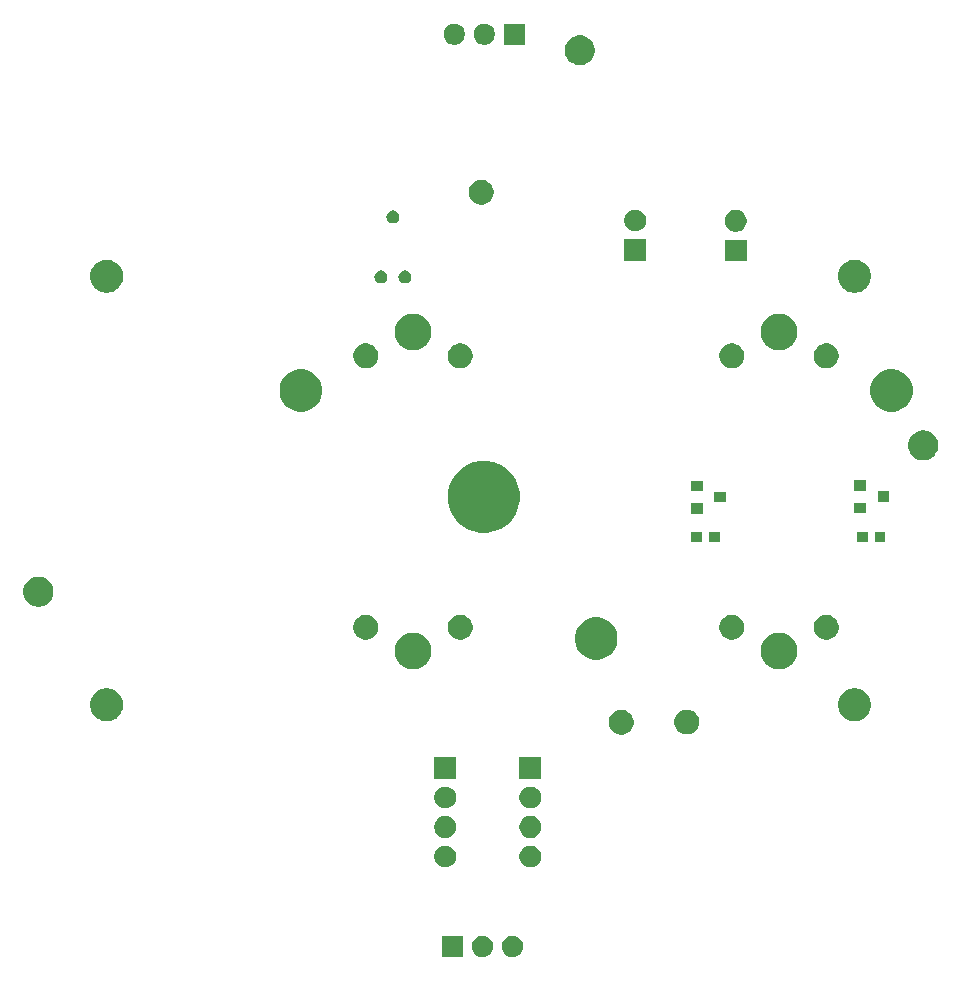
<source format=gbr>
G04 #@! TF.GenerationSoftware,KiCad,Pcbnew,(5.1.5)-3*
G04 #@! TF.CreationDate,2020-06-04T15:01:54+02:00*
G04 #@! TF.ProjectId,StepperClockK02,53746570-7065-4724-936c-6f636b4b3032,v1.0*
G04 #@! TF.SameCoordinates,Original*
G04 #@! TF.FileFunction,Soldermask,Bot*
G04 #@! TF.FilePolarity,Negative*
%FSLAX46Y46*%
G04 Gerber Fmt 4.6, Leading zero omitted, Abs format (unit mm)*
G04 Created by KiCad (PCBNEW (5.1.5)-3) date 2020-06-04 15:01:54*
%MOMM*%
%LPD*%
G04 APERTURE LIST*
%ADD10C,0.100000*%
G04 APERTURE END LIST*
D10*
G36*
X99036800Y-182391740D02*
G01*
X97234800Y-182391740D01*
X97234800Y-180589740D01*
X99036800Y-180589740D01*
X99036800Y-182391740D01*
G37*
G36*
X100789312Y-180594667D02*
G01*
X100938612Y-180624364D01*
X101102584Y-180692284D01*
X101250154Y-180790887D01*
X101375653Y-180916386D01*
X101474256Y-181063956D01*
X101542176Y-181227928D01*
X101576800Y-181401999D01*
X101576800Y-181579481D01*
X101542176Y-181753552D01*
X101474256Y-181917524D01*
X101375653Y-182065094D01*
X101250154Y-182190593D01*
X101102584Y-182289196D01*
X100938612Y-182357116D01*
X100789312Y-182386813D01*
X100764542Y-182391740D01*
X100587058Y-182391740D01*
X100562288Y-182386813D01*
X100412988Y-182357116D01*
X100249016Y-182289196D01*
X100101446Y-182190593D01*
X99975947Y-182065094D01*
X99877344Y-181917524D01*
X99809424Y-181753552D01*
X99774800Y-181579481D01*
X99774800Y-181401999D01*
X99809424Y-181227928D01*
X99877344Y-181063956D01*
X99975947Y-180916386D01*
X100101446Y-180790887D01*
X100249016Y-180692284D01*
X100412988Y-180624364D01*
X100562288Y-180594667D01*
X100587058Y-180589740D01*
X100764542Y-180589740D01*
X100789312Y-180594667D01*
G37*
G36*
X103329312Y-180594667D02*
G01*
X103478612Y-180624364D01*
X103642584Y-180692284D01*
X103790154Y-180790887D01*
X103915653Y-180916386D01*
X104014256Y-181063956D01*
X104082176Y-181227928D01*
X104116800Y-181401999D01*
X104116800Y-181579481D01*
X104082176Y-181753552D01*
X104014256Y-181917524D01*
X103915653Y-182065094D01*
X103790154Y-182190593D01*
X103642584Y-182289196D01*
X103478612Y-182357116D01*
X103329312Y-182386813D01*
X103304542Y-182391740D01*
X103127058Y-182391740D01*
X103102288Y-182386813D01*
X102952988Y-182357116D01*
X102789016Y-182289196D01*
X102641446Y-182190593D01*
X102515947Y-182065094D01*
X102417344Y-181917524D01*
X102349424Y-181753552D01*
X102314800Y-181579481D01*
X102314800Y-181401999D01*
X102349424Y-181227928D01*
X102417344Y-181063956D01*
X102515947Y-180916386D01*
X102641446Y-180790887D01*
X102789016Y-180692284D01*
X102952988Y-180624364D01*
X103102288Y-180594667D01*
X103127058Y-180589740D01*
X103304542Y-180589740D01*
X103329312Y-180594667D01*
G37*
G36*
X97785904Y-172990325D02*
G01*
X97954426Y-173060129D01*
X98106091Y-173161468D01*
X98235072Y-173290449D01*
X98336411Y-173442114D01*
X98406215Y-173610636D01*
X98441800Y-173789537D01*
X98441800Y-173971943D01*
X98406215Y-174150844D01*
X98336411Y-174319366D01*
X98235072Y-174471031D01*
X98106091Y-174600012D01*
X97954426Y-174701351D01*
X97785904Y-174771155D01*
X97607003Y-174806740D01*
X97424597Y-174806740D01*
X97245696Y-174771155D01*
X97077174Y-174701351D01*
X96925509Y-174600012D01*
X96796528Y-174471031D01*
X96695189Y-174319366D01*
X96625385Y-174150844D01*
X96589800Y-173971943D01*
X96589800Y-173789537D01*
X96625385Y-173610636D01*
X96695189Y-173442114D01*
X96796528Y-173290449D01*
X96925509Y-173161468D01*
X97077174Y-173060129D01*
X97245696Y-172990325D01*
X97424597Y-172954740D01*
X97607003Y-172954740D01*
X97785904Y-172990325D01*
G37*
G36*
X105015904Y-172990325D02*
G01*
X105184426Y-173060129D01*
X105336091Y-173161468D01*
X105465072Y-173290449D01*
X105566411Y-173442114D01*
X105636215Y-173610636D01*
X105671800Y-173789537D01*
X105671800Y-173971943D01*
X105636215Y-174150844D01*
X105566411Y-174319366D01*
X105465072Y-174471031D01*
X105336091Y-174600012D01*
X105184426Y-174701351D01*
X105015904Y-174771155D01*
X104837003Y-174806740D01*
X104654597Y-174806740D01*
X104475696Y-174771155D01*
X104307174Y-174701351D01*
X104155509Y-174600012D01*
X104026528Y-174471031D01*
X103925189Y-174319366D01*
X103855385Y-174150844D01*
X103819800Y-173971943D01*
X103819800Y-173789537D01*
X103855385Y-173610636D01*
X103925189Y-173442114D01*
X104026528Y-173290449D01*
X104155509Y-173161468D01*
X104307174Y-173060129D01*
X104475696Y-172990325D01*
X104654597Y-172954740D01*
X104837003Y-172954740D01*
X105015904Y-172990325D01*
G37*
G36*
X97785904Y-170490325D02*
G01*
X97954426Y-170560129D01*
X98106091Y-170661468D01*
X98235072Y-170790449D01*
X98336411Y-170942114D01*
X98406215Y-171110636D01*
X98441800Y-171289537D01*
X98441800Y-171471943D01*
X98406215Y-171650844D01*
X98336411Y-171819366D01*
X98235072Y-171971031D01*
X98106091Y-172100012D01*
X97954426Y-172201351D01*
X97785904Y-172271155D01*
X97607003Y-172306740D01*
X97424597Y-172306740D01*
X97245696Y-172271155D01*
X97077174Y-172201351D01*
X96925509Y-172100012D01*
X96796528Y-171971031D01*
X96695189Y-171819366D01*
X96625385Y-171650844D01*
X96589800Y-171471943D01*
X96589800Y-171289537D01*
X96625385Y-171110636D01*
X96695189Y-170942114D01*
X96796528Y-170790449D01*
X96925509Y-170661468D01*
X97077174Y-170560129D01*
X97245696Y-170490325D01*
X97424597Y-170454740D01*
X97607003Y-170454740D01*
X97785904Y-170490325D01*
G37*
G36*
X105015904Y-170490325D02*
G01*
X105184426Y-170560129D01*
X105336091Y-170661468D01*
X105465072Y-170790449D01*
X105566411Y-170942114D01*
X105636215Y-171110636D01*
X105671800Y-171289537D01*
X105671800Y-171471943D01*
X105636215Y-171650844D01*
X105566411Y-171819366D01*
X105465072Y-171971031D01*
X105336091Y-172100012D01*
X105184426Y-172201351D01*
X105015904Y-172271155D01*
X104837003Y-172306740D01*
X104654597Y-172306740D01*
X104475696Y-172271155D01*
X104307174Y-172201351D01*
X104155509Y-172100012D01*
X104026528Y-171971031D01*
X103925189Y-171819366D01*
X103855385Y-171650844D01*
X103819800Y-171471943D01*
X103819800Y-171289537D01*
X103855385Y-171110636D01*
X103925189Y-170942114D01*
X104026528Y-170790449D01*
X104155509Y-170661468D01*
X104307174Y-170560129D01*
X104475696Y-170490325D01*
X104654597Y-170454740D01*
X104837003Y-170454740D01*
X105015904Y-170490325D01*
G37*
G36*
X97785904Y-167990325D02*
G01*
X97954426Y-168060129D01*
X98106091Y-168161468D01*
X98235072Y-168290449D01*
X98336411Y-168442114D01*
X98406215Y-168610636D01*
X98441800Y-168789537D01*
X98441800Y-168971943D01*
X98406215Y-169150844D01*
X98336411Y-169319366D01*
X98235072Y-169471031D01*
X98106091Y-169600012D01*
X97954426Y-169701351D01*
X97785904Y-169771155D01*
X97607003Y-169806740D01*
X97424597Y-169806740D01*
X97245696Y-169771155D01*
X97077174Y-169701351D01*
X96925509Y-169600012D01*
X96796528Y-169471031D01*
X96695189Y-169319366D01*
X96625385Y-169150844D01*
X96589800Y-168971943D01*
X96589800Y-168789537D01*
X96625385Y-168610636D01*
X96695189Y-168442114D01*
X96796528Y-168290449D01*
X96925509Y-168161468D01*
X97077174Y-168060129D01*
X97245696Y-167990325D01*
X97424597Y-167954740D01*
X97607003Y-167954740D01*
X97785904Y-167990325D01*
G37*
G36*
X105015904Y-167990325D02*
G01*
X105184426Y-168060129D01*
X105336091Y-168161468D01*
X105465072Y-168290449D01*
X105566411Y-168442114D01*
X105636215Y-168610636D01*
X105671800Y-168789537D01*
X105671800Y-168971943D01*
X105636215Y-169150844D01*
X105566411Y-169319366D01*
X105465072Y-169471031D01*
X105336091Y-169600012D01*
X105184426Y-169701351D01*
X105015904Y-169771155D01*
X104837003Y-169806740D01*
X104654597Y-169806740D01*
X104475696Y-169771155D01*
X104307174Y-169701351D01*
X104155509Y-169600012D01*
X104026528Y-169471031D01*
X103925189Y-169319366D01*
X103855385Y-169150844D01*
X103819800Y-168971943D01*
X103819800Y-168789537D01*
X103855385Y-168610636D01*
X103925189Y-168442114D01*
X104026528Y-168290449D01*
X104155509Y-168161468D01*
X104307174Y-168060129D01*
X104475696Y-167990325D01*
X104654597Y-167954740D01*
X104837003Y-167954740D01*
X105015904Y-167990325D01*
G37*
G36*
X105671800Y-167306740D02*
G01*
X103819800Y-167306740D01*
X103819800Y-165454740D01*
X105671800Y-165454740D01*
X105671800Y-167306740D01*
G37*
G36*
X98441800Y-167306740D02*
G01*
X96589800Y-167306740D01*
X96589800Y-165454740D01*
X98441800Y-165454740D01*
X98441800Y-167306740D01*
G37*
G36*
X112742364Y-161510129D02*
G01*
X112933633Y-161589355D01*
X112933635Y-161589356D01*
X113105773Y-161704375D01*
X113252165Y-161850767D01*
X113347139Y-161992905D01*
X113367185Y-162022907D01*
X113446411Y-162214176D01*
X113486800Y-162417224D01*
X113486800Y-162624256D01*
X113446411Y-162827304D01*
X113367185Y-163018573D01*
X113367184Y-163018575D01*
X113252165Y-163190713D01*
X113105773Y-163337105D01*
X112933635Y-163452124D01*
X112933634Y-163452125D01*
X112933633Y-163452125D01*
X112742364Y-163531351D01*
X112539316Y-163571740D01*
X112332284Y-163571740D01*
X112129236Y-163531351D01*
X111937967Y-163452125D01*
X111937966Y-163452125D01*
X111937965Y-163452124D01*
X111765827Y-163337105D01*
X111619435Y-163190713D01*
X111504416Y-163018575D01*
X111504415Y-163018573D01*
X111425189Y-162827304D01*
X111384800Y-162624256D01*
X111384800Y-162417224D01*
X111425189Y-162214176D01*
X111504415Y-162022907D01*
X111524462Y-161992905D01*
X111619435Y-161850767D01*
X111765827Y-161704375D01*
X111937965Y-161589356D01*
X111937967Y-161589355D01*
X112129236Y-161510129D01*
X112332284Y-161469740D01*
X112539316Y-161469740D01*
X112742364Y-161510129D01*
G37*
G36*
X118282364Y-161480129D02*
G01*
X118473633Y-161559355D01*
X118473635Y-161559356D01*
X118518533Y-161589356D01*
X118645773Y-161674375D01*
X118792165Y-161820767D01*
X118907185Y-161992907D01*
X118986411Y-162184176D01*
X119026800Y-162387224D01*
X119026800Y-162594256D01*
X118986411Y-162797304D01*
X118973984Y-162827305D01*
X118907184Y-162988575D01*
X118792165Y-163160713D01*
X118645773Y-163307105D01*
X118473635Y-163422124D01*
X118473634Y-163422125D01*
X118473633Y-163422125D01*
X118282364Y-163501351D01*
X118079316Y-163541740D01*
X117872284Y-163541740D01*
X117669236Y-163501351D01*
X117477967Y-163422125D01*
X117477966Y-163422125D01*
X117477965Y-163422124D01*
X117305827Y-163307105D01*
X117159435Y-163160713D01*
X117044416Y-162988575D01*
X116977616Y-162827305D01*
X116965189Y-162797304D01*
X116924800Y-162594256D01*
X116924800Y-162387224D01*
X116965189Y-162184176D01*
X117044415Y-161992907D01*
X117159435Y-161820767D01*
X117305827Y-161674375D01*
X117433067Y-161589356D01*
X117477965Y-161559356D01*
X117477967Y-161559355D01*
X117669236Y-161480129D01*
X117872284Y-161439740D01*
X118079316Y-161439740D01*
X118282364Y-161480129D01*
G37*
G36*
X132504233Y-159665633D02*
G01*
X132594457Y-159683579D01*
X132700067Y-159727325D01*
X132849421Y-159789189D01*
X132849422Y-159789190D01*
X133078886Y-159942512D01*
X133274028Y-160137654D01*
X133376475Y-160290977D01*
X133427351Y-160367119D01*
X133489215Y-160516473D01*
X133532961Y-160622083D01*
X133586800Y-160892754D01*
X133586800Y-161168726D01*
X133532961Y-161439397D01*
X133503662Y-161510130D01*
X133427351Y-161694361D01*
X133427350Y-161694362D01*
X133274028Y-161923826D01*
X133078886Y-162118968D01*
X132936398Y-162214175D01*
X132849421Y-162272291D01*
X132700067Y-162334155D01*
X132594457Y-162377901D01*
X132547586Y-162387224D01*
X132323788Y-162431740D01*
X132047812Y-162431740D01*
X131824014Y-162387224D01*
X131777143Y-162377901D01*
X131671533Y-162334155D01*
X131522179Y-162272291D01*
X131435202Y-162214175D01*
X131292714Y-162118968D01*
X131097572Y-161923826D01*
X130944250Y-161694362D01*
X130944249Y-161694361D01*
X130867938Y-161510130D01*
X130838639Y-161439397D01*
X130784800Y-161168726D01*
X130784800Y-160892754D01*
X130838639Y-160622083D01*
X130882385Y-160516473D01*
X130944249Y-160367119D01*
X130995125Y-160290977D01*
X131097572Y-160137654D01*
X131292714Y-159942512D01*
X131522178Y-159789190D01*
X131522179Y-159789189D01*
X131671533Y-159727325D01*
X131777143Y-159683579D01*
X131867367Y-159665633D01*
X132047812Y-159629740D01*
X132323788Y-159629740D01*
X132504233Y-159665633D01*
G37*
G36*
X69184233Y-159665633D02*
G01*
X69274457Y-159683579D01*
X69380067Y-159727325D01*
X69529421Y-159789189D01*
X69529422Y-159789190D01*
X69758886Y-159942512D01*
X69954028Y-160137654D01*
X70056475Y-160290977D01*
X70107351Y-160367119D01*
X70169215Y-160516473D01*
X70212961Y-160622083D01*
X70266800Y-160892754D01*
X70266800Y-161168726D01*
X70212961Y-161439397D01*
X70183662Y-161510130D01*
X70107351Y-161694361D01*
X70107350Y-161694362D01*
X69954028Y-161923826D01*
X69758886Y-162118968D01*
X69616398Y-162214175D01*
X69529421Y-162272291D01*
X69380067Y-162334155D01*
X69274457Y-162377901D01*
X69227586Y-162387224D01*
X69003788Y-162431740D01*
X68727812Y-162431740D01*
X68504014Y-162387224D01*
X68457143Y-162377901D01*
X68351533Y-162334155D01*
X68202179Y-162272291D01*
X68115202Y-162214175D01*
X67972714Y-162118968D01*
X67777572Y-161923826D01*
X67624250Y-161694362D01*
X67624249Y-161694361D01*
X67547938Y-161510130D01*
X67518639Y-161439397D01*
X67464800Y-161168726D01*
X67464800Y-160892754D01*
X67518639Y-160622083D01*
X67562385Y-160516473D01*
X67624249Y-160367119D01*
X67675125Y-160290977D01*
X67777572Y-160137654D01*
X67972714Y-159942512D01*
X68202178Y-159789190D01*
X68202179Y-159789189D01*
X68351533Y-159727325D01*
X68457143Y-159683579D01*
X68547367Y-159665633D01*
X68727812Y-159629740D01*
X69003788Y-159629740D01*
X69184233Y-159665633D01*
G37*
G36*
X126098385Y-154959542D02*
G01*
X126248210Y-154989344D01*
X126530474Y-155106261D01*
X126784505Y-155275999D01*
X127000541Y-155492035D01*
X127170279Y-155746066D01*
X127287196Y-156028330D01*
X127346800Y-156327980D01*
X127346800Y-156633500D01*
X127287196Y-156933150D01*
X127170279Y-157215414D01*
X127000541Y-157469445D01*
X126784505Y-157685481D01*
X126530474Y-157855219D01*
X126248210Y-157972136D01*
X126098385Y-158001938D01*
X125948561Y-158031740D01*
X125643039Y-158031740D01*
X125493215Y-158001938D01*
X125343390Y-157972136D01*
X125061126Y-157855219D01*
X124807095Y-157685481D01*
X124591059Y-157469445D01*
X124421321Y-157215414D01*
X124304404Y-156933150D01*
X124244800Y-156633500D01*
X124244800Y-156327980D01*
X124304404Y-156028330D01*
X124421321Y-155746066D01*
X124591059Y-155492035D01*
X124807095Y-155275999D01*
X125061126Y-155106261D01*
X125343390Y-154989344D01*
X125493215Y-154959542D01*
X125643039Y-154929740D01*
X125948561Y-154929740D01*
X126098385Y-154959542D01*
G37*
G36*
X95098385Y-154959542D02*
G01*
X95248210Y-154989344D01*
X95530474Y-155106261D01*
X95784505Y-155275999D01*
X96000541Y-155492035D01*
X96170279Y-155746066D01*
X96287196Y-156028330D01*
X96346800Y-156327980D01*
X96346800Y-156633500D01*
X96287196Y-156933150D01*
X96170279Y-157215414D01*
X96000541Y-157469445D01*
X95784505Y-157685481D01*
X95530474Y-157855219D01*
X95248210Y-157972136D01*
X95098385Y-158001938D01*
X94948561Y-158031740D01*
X94643039Y-158031740D01*
X94493215Y-158001938D01*
X94343390Y-157972136D01*
X94061126Y-157855219D01*
X93807095Y-157685481D01*
X93591059Y-157469445D01*
X93421321Y-157215414D01*
X93304404Y-156933150D01*
X93244800Y-156633500D01*
X93244800Y-156327980D01*
X93304404Y-156028330D01*
X93421321Y-155746066D01*
X93591059Y-155492035D01*
X93807095Y-155275999D01*
X94061126Y-155106261D01*
X94343390Y-154989344D01*
X94493215Y-154959542D01*
X94643039Y-154929740D01*
X94948561Y-154929740D01*
X95098385Y-154959542D01*
G37*
G36*
X110831131Y-153688951D02*
G01*
X111158892Y-153824714D01*
X111453870Y-154021812D01*
X111704728Y-154272670D01*
X111901826Y-154567648D01*
X112037589Y-154895409D01*
X112106800Y-155243356D01*
X112106800Y-155598124D01*
X112037589Y-155946071D01*
X111901826Y-156273832D01*
X111704728Y-156568810D01*
X111453870Y-156819668D01*
X111158892Y-157016766D01*
X110831131Y-157152529D01*
X110483184Y-157221740D01*
X110128416Y-157221740D01*
X109780469Y-157152529D01*
X109452708Y-157016766D01*
X109157730Y-156819668D01*
X108906872Y-156568810D01*
X108709774Y-156273832D01*
X108574011Y-155946071D01*
X108504800Y-155598124D01*
X108504800Y-155243356D01*
X108574011Y-154895409D01*
X108709774Y-154567648D01*
X108906872Y-154272670D01*
X109157730Y-154021812D01*
X109452708Y-153824714D01*
X109780469Y-153688951D01*
X110128416Y-153619740D01*
X110483184Y-153619740D01*
X110831131Y-153688951D01*
G37*
G36*
X130102364Y-153470129D02*
G01*
X130293633Y-153549355D01*
X130293635Y-153549356D01*
X130398972Y-153619740D01*
X130465773Y-153664375D01*
X130612165Y-153810767D01*
X130727185Y-153982907D01*
X130806411Y-154174176D01*
X130846800Y-154377224D01*
X130846800Y-154584256D01*
X130806411Y-154787304D01*
X130747412Y-154929740D01*
X130727184Y-154978575D01*
X130612165Y-155150713D01*
X130465773Y-155297105D01*
X130293635Y-155412124D01*
X130293634Y-155412125D01*
X130293633Y-155412125D01*
X130102364Y-155491351D01*
X129899316Y-155531740D01*
X129692284Y-155531740D01*
X129489236Y-155491351D01*
X129297967Y-155412125D01*
X129297966Y-155412125D01*
X129297965Y-155412124D01*
X129125827Y-155297105D01*
X128979435Y-155150713D01*
X128864416Y-154978575D01*
X128844188Y-154929740D01*
X128785189Y-154787304D01*
X128744800Y-154584256D01*
X128744800Y-154377224D01*
X128785189Y-154174176D01*
X128864415Y-153982907D01*
X128979435Y-153810767D01*
X129125827Y-153664375D01*
X129192628Y-153619740D01*
X129297965Y-153549356D01*
X129297967Y-153549355D01*
X129489236Y-153470129D01*
X129692284Y-153429740D01*
X129899316Y-153429740D01*
X130102364Y-153470129D01*
G37*
G36*
X122102364Y-153470129D02*
G01*
X122293633Y-153549355D01*
X122293635Y-153549356D01*
X122398972Y-153619740D01*
X122465773Y-153664375D01*
X122612165Y-153810767D01*
X122727185Y-153982907D01*
X122806411Y-154174176D01*
X122846800Y-154377224D01*
X122846800Y-154584256D01*
X122806411Y-154787304D01*
X122747412Y-154929740D01*
X122727184Y-154978575D01*
X122612165Y-155150713D01*
X122465773Y-155297105D01*
X122293635Y-155412124D01*
X122293634Y-155412125D01*
X122293633Y-155412125D01*
X122102364Y-155491351D01*
X121899316Y-155531740D01*
X121692284Y-155531740D01*
X121489236Y-155491351D01*
X121297967Y-155412125D01*
X121297966Y-155412125D01*
X121297965Y-155412124D01*
X121125827Y-155297105D01*
X120979435Y-155150713D01*
X120864416Y-154978575D01*
X120844188Y-154929740D01*
X120785189Y-154787304D01*
X120744800Y-154584256D01*
X120744800Y-154377224D01*
X120785189Y-154174176D01*
X120864415Y-153982907D01*
X120979435Y-153810767D01*
X121125827Y-153664375D01*
X121192628Y-153619740D01*
X121297965Y-153549356D01*
X121297967Y-153549355D01*
X121489236Y-153470129D01*
X121692284Y-153429740D01*
X121899316Y-153429740D01*
X122102364Y-153470129D01*
G37*
G36*
X99102364Y-153470129D02*
G01*
X99293633Y-153549355D01*
X99293635Y-153549356D01*
X99398972Y-153619740D01*
X99465773Y-153664375D01*
X99612165Y-153810767D01*
X99727185Y-153982907D01*
X99806411Y-154174176D01*
X99846800Y-154377224D01*
X99846800Y-154584256D01*
X99806411Y-154787304D01*
X99747412Y-154929740D01*
X99727184Y-154978575D01*
X99612165Y-155150713D01*
X99465773Y-155297105D01*
X99293635Y-155412124D01*
X99293634Y-155412125D01*
X99293633Y-155412125D01*
X99102364Y-155491351D01*
X98899316Y-155531740D01*
X98692284Y-155531740D01*
X98489236Y-155491351D01*
X98297967Y-155412125D01*
X98297966Y-155412125D01*
X98297965Y-155412124D01*
X98125827Y-155297105D01*
X97979435Y-155150713D01*
X97864416Y-154978575D01*
X97844188Y-154929740D01*
X97785189Y-154787304D01*
X97744800Y-154584256D01*
X97744800Y-154377224D01*
X97785189Y-154174176D01*
X97864415Y-153982907D01*
X97979435Y-153810767D01*
X98125827Y-153664375D01*
X98192628Y-153619740D01*
X98297965Y-153549356D01*
X98297967Y-153549355D01*
X98489236Y-153470129D01*
X98692284Y-153429740D01*
X98899316Y-153429740D01*
X99102364Y-153470129D01*
G37*
G36*
X91102364Y-153470129D02*
G01*
X91293633Y-153549355D01*
X91293635Y-153549356D01*
X91398972Y-153619740D01*
X91465773Y-153664375D01*
X91612165Y-153810767D01*
X91727185Y-153982907D01*
X91806411Y-154174176D01*
X91846800Y-154377224D01*
X91846800Y-154584256D01*
X91806411Y-154787304D01*
X91747412Y-154929740D01*
X91727184Y-154978575D01*
X91612165Y-155150713D01*
X91465773Y-155297105D01*
X91293635Y-155412124D01*
X91293634Y-155412125D01*
X91293633Y-155412125D01*
X91102364Y-155491351D01*
X90899316Y-155531740D01*
X90692284Y-155531740D01*
X90489236Y-155491351D01*
X90297967Y-155412125D01*
X90297966Y-155412125D01*
X90297965Y-155412124D01*
X90125827Y-155297105D01*
X89979435Y-155150713D01*
X89864416Y-154978575D01*
X89844188Y-154929740D01*
X89785189Y-154787304D01*
X89744800Y-154584256D01*
X89744800Y-154377224D01*
X89785189Y-154174176D01*
X89864415Y-153982907D01*
X89979435Y-153810767D01*
X90125827Y-153664375D01*
X90192628Y-153619740D01*
X90297965Y-153549356D01*
X90297967Y-153549355D01*
X90489236Y-153470129D01*
X90692284Y-153429740D01*
X90899316Y-153429740D01*
X91102364Y-153470129D01*
G37*
G36*
X63343564Y-150205142D02*
G01*
X63466245Y-150229545D01*
X63697371Y-150325281D01*
X63905378Y-150464267D01*
X64082273Y-150641162D01*
X64221259Y-150849169D01*
X64316995Y-151080295D01*
X64365800Y-151325656D01*
X64365800Y-151575824D01*
X64316995Y-151821185D01*
X64221259Y-152052311D01*
X64082273Y-152260318D01*
X63905378Y-152437213D01*
X63697371Y-152576199D01*
X63466245Y-152671935D01*
X63343565Y-152696337D01*
X63220885Y-152720740D01*
X62970715Y-152720740D01*
X62848035Y-152696337D01*
X62725355Y-152671935D01*
X62494229Y-152576199D01*
X62286222Y-152437213D01*
X62109327Y-152260318D01*
X61970341Y-152052311D01*
X61874605Y-151821185D01*
X61825800Y-151575824D01*
X61825800Y-151325656D01*
X61874605Y-151080295D01*
X61970341Y-150849169D01*
X62109327Y-150641162D01*
X62286222Y-150464267D01*
X62494229Y-150325281D01*
X62725355Y-150229545D01*
X62848036Y-150205142D01*
X62970715Y-150180740D01*
X63220885Y-150180740D01*
X63343564Y-150205142D01*
G37*
G36*
X120756800Y-147286740D02*
G01*
X119854800Y-147286740D01*
X119854800Y-146434740D01*
X120756800Y-146434740D01*
X120756800Y-147286740D01*
G37*
G36*
X119256800Y-147286740D02*
G01*
X118354800Y-147286740D01*
X118354800Y-146434740D01*
X119256800Y-146434740D01*
X119256800Y-147286740D01*
G37*
G36*
X134796800Y-147286740D02*
G01*
X133894800Y-147286740D01*
X133894800Y-146434740D01*
X134796800Y-146434740D01*
X134796800Y-147286740D01*
G37*
G36*
X133296800Y-147286740D02*
G01*
X132394800Y-147286740D01*
X132394800Y-146434740D01*
X133296800Y-146434740D01*
X133296800Y-147286740D01*
G37*
G36*
X101685743Y-140486988D02*
G01*
X102240989Y-140716978D01*
X102240990Y-140716979D01*
X102740699Y-141050874D01*
X103165666Y-141475841D01*
X103165667Y-141475843D01*
X103499562Y-141975551D01*
X103729552Y-142530797D01*
X103846800Y-143120241D01*
X103846800Y-143721239D01*
X103729552Y-144310683D01*
X103499562Y-144865929D01*
X103499561Y-144865930D01*
X103165666Y-145365639D01*
X102740699Y-145790606D01*
X102489147Y-145958688D01*
X102240989Y-146124502D01*
X101685743Y-146354492D01*
X101096299Y-146471740D01*
X100495301Y-146471740D01*
X99905857Y-146354492D01*
X99350611Y-146124502D01*
X99102453Y-145958688D01*
X98850901Y-145790606D01*
X98425934Y-145365639D01*
X98092039Y-144865930D01*
X98092038Y-144865929D01*
X97862048Y-144310683D01*
X97744800Y-143721239D01*
X97744800Y-143120241D01*
X97862048Y-142530797D01*
X98092038Y-141975551D01*
X98425933Y-141475843D01*
X98425934Y-141475841D01*
X98850901Y-141050874D01*
X99350610Y-140716979D01*
X99350611Y-140716978D01*
X99905857Y-140486988D01*
X100495301Y-140369740D01*
X101096299Y-140369740D01*
X101685743Y-140486988D01*
G37*
G36*
X119316800Y-144851740D02*
G01*
X118314800Y-144851740D01*
X118314800Y-143949740D01*
X119316800Y-143949740D01*
X119316800Y-144851740D01*
G37*
G36*
X133136800Y-144811740D02*
G01*
X132134800Y-144811740D01*
X132134800Y-143909740D01*
X133136800Y-143909740D01*
X133136800Y-144811740D01*
G37*
G36*
X121316800Y-143901740D02*
G01*
X120314800Y-143901740D01*
X120314800Y-142999740D01*
X121316800Y-142999740D01*
X121316800Y-143901740D01*
G37*
G36*
X135136800Y-143861740D02*
G01*
X134134800Y-143861740D01*
X134134800Y-142959740D01*
X135136800Y-142959740D01*
X135136800Y-143861740D01*
G37*
G36*
X119316800Y-142951740D02*
G01*
X118314800Y-142951740D01*
X118314800Y-142049740D01*
X119316800Y-142049740D01*
X119316800Y-142951740D01*
G37*
G36*
X133136800Y-142911740D02*
G01*
X132134800Y-142911740D01*
X132134800Y-142009740D01*
X133136800Y-142009740D01*
X133136800Y-142911740D01*
G37*
G36*
X138243564Y-137825142D02*
G01*
X138366245Y-137849545D01*
X138597371Y-137945281D01*
X138805378Y-138084267D01*
X138982273Y-138261162D01*
X139121259Y-138469169D01*
X139216995Y-138700295D01*
X139265800Y-138945656D01*
X139265800Y-139195824D01*
X139216995Y-139441185D01*
X139121259Y-139672311D01*
X138982273Y-139880318D01*
X138805378Y-140057213D01*
X138597371Y-140196199D01*
X138366245Y-140291935D01*
X138243565Y-140316337D01*
X138120885Y-140340740D01*
X137870715Y-140340740D01*
X137748035Y-140316337D01*
X137625355Y-140291935D01*
X137394229Y-140196199D01*
X137186222Y-140057213D01*
X137009327Y-139880318D01*
X136870341Y-139672311D01*
X136774605Y-139441185D01*
X136725800Y-139195824D01*
X136725800Y-138945656D01*
X136774605Y-138700295D01*
X136870341Y-138469169D01*
X137009327Y-138261162D01*
X137186222Y-138084267D01*
X137394229Y-137945281D01*
X137625355Y-137849545D01*
X137748036Y-137825142D01*
X137870715Y-137800740D01*
X138120885Y-137800740D01*
X138243564Y-137825142D01*
G37*
G36*
X135831131Y-132688951D02*
G01*
X136158892Y-132824714D01*
X136453870Y-133021812D01*
X136704728Y-133272670D01*
X136901826Y-133567648D01*
X137037589Y-133895409D01*
X137106800Y-134243356D01*
X137106800Y-134598124D01*
X137037589Y-134946071D01*
X136901826Y-135273832D01*
X136704728Y-135568810D01*
X136453870Y-135819668D01*
X136158892Y-136016766D01*
X135831131Y-136152529D01*
X135483184Y-136221740D01*
X135128416Y-136221740D01*
X134780469Y-136152529D01*
X134452708Y-136016766D01*
X134157730Y-135819668D01*
X133906872Y-135568810D01*
X133709774Y-135273832D01*
X133574011Y-134946071D01*
X133504800Y-134598124D01*
X133504800Y-134243356D01*
X133574011Y-133895409D01*
X133709774Y-133567648D01*
X133906872Y-133272670D01*
X134157730Y-133021812D01*
X134452708Y-132824714D01*
X134780469Y-132688951D01*
X135128416Y-132619740D01*
X135483184Y-132619740D01*
X135831131Y-132688951D01*
G37*
G36*
X85831131Y-132688951D02*
G01*
X86158892Y-132824714D01*
X86453870Y-133021812D01*
X86704728Y-133272670D01*
X86901826Y-133567648D01*
X87037589Y-133895409D01*
X87106800Y-134243356D01*
X87106800Y-134598124D01*
X87037589Y-134946071D01*
X86901826Y-135273832D01*
X86704728Y-135568810D01*
X86453870Y-135819668D01*
X86158892Y-136016766D01*
X85831131Y-136152529D01*
X85483184Y-136221740D01*
X85128416Y-136221740D01*
X84780469Y-136152529D01*
X84452708Y-136016766D01*
X84157730Y-135819668D01*
X83906872Y-135568810D01*
X83709774Y-135273832D01*
X83574011Y-134946071D01*
X83504800Y-134598124D01*
X83504800Y-134243356D01*
X83574011Y-133895409D01*
X83709774Y-133567648D01*
X83906872Y-133272670D01*
X84157730Y-133021812D01*
X84452708Y-132824714D01*
X84780469Y-132688951D01*
X85128416Y-132619740D01*
X85483184Y-132619740D01*
X85831131Y-132688951D01*
G37*
G36*
X130102364Y-130470129D02*
G01*
X130293633Y-130549355D01*
X130293635Y-130549356D01*
X130465773Y-130664375D01*
X130612165Y-130810767D01*
X130727185Y-130982907D01*
X130806411Y-131174176D01*
X130846800Y-131377224D01*
X130846800Y-131584256D01*
X130806411Y-131787304D01*
X130727185Y-131978573D01*
X130727184Y-131978575D01*
X130612165Y-132150713D01*
X130465773Y-132297105D01*
X130293635Y-132412124D01*
X130293634Y-132412125D01*
X130293633Y-132412125D01*
X130102364Y-132491351D01*
X129899316Y-132531740D01*
X129692284Y-132531740D01*
X129489236Y-132491351D01*
X129297967Y-132412125D01*
X129297966Y-132412125D01*
X129297965Y-132412124D01*
X129125827Y-132297105D01*
X128979435Y-132150713D01*
X128864416Y-131978575D01*
X128864415Y-131978573D01*
X128785189Y-131787304D01*
X128744800Y-131584256D01*
X128744800Y-131377224D01*
X128785189Y-131174176D01*
X128864415Y-130982907D01*
X128979435Y-130810767D01*
X129125827Y-130664375D01*
X129297965Y-130549356D01*
X129297967Y-130549355D01*
X129489236Y-130470129D01*
X129692284Y-130429740D01*
X129899316Y-130429740D01*
X130102364Y-130470129D01*
G37*
G36*
X91102364Y-130470129D02*
G01*
X91293633Y-130549355D01*
X91293635Y-130549356D01*
X91465773Y-130664375D01*
X91612165Y-130810767D01*
X91727185Y-130982907D01*
X91806411Y-131174176D01*
X91846800Y-131377224D01*
X91846800Y-131584256D01*
X91806411Y-131787304D01*
X91727185Y-131978573D01*
X91727184Y-131978575D01*
X91612165Y-132150713D01*
X91465773Y-132297105D01*
X91293635Y-132412124D01*
X91293634Y-132412125D01*
X91293633Y-132412125D01*
X91102364Y-132491351D01*
X90899316Y-132531740D01*
X90692284Y-132531740D01*
X90489236Y-132491351D01*
X90297967Y-132412125D01*
X90297966Y-132412125D01*
X90297965Y-132412124D01*
X90125827Y-132297105D01*
X89979435Y-132150713D01*
X89864416Y-131978575D01*
X89864415Y-131978573D01*
X89785189Y-131787304D01*
X89744800Y-131584256D01*
X89744800Y-131377224D01*
X89785189Y-131174176D01*
X89864415Y-130982907D01*
X89979435Y-130810767D01*
X90125827Y-130664375D01*
X90297965Y-130549356D01*
X90297967Y-130549355D01*
X90489236Y-130470129D01*
X90692284Y-130429740D01*
X90899316Y-130429740D01*
X91102364Y-130470129D01*
G37*
G36*
X122102364Y-130470129D02*
G01*
X122293633Y-130549355D01*
X122293635Y-130549356D01*
X122465773Y-130664375D01*
X122612165Y-130810767D01*
X122727185Y-130982907D01*
X122806411Y-131174176D01*
X122846800Y-131377224D01*
X122846800Y-131584256D01*
X122806411Y-131787304D01*
X122727185Y-131978573D01*
X122727184Y-131978575D01*
X122612165Y-132150713D01*
X122465773Y-132297105D01*
X122293635Y-132412124D01*
X122293634Y-132412125D01*
X122293633Y-132412125D01*
X122102364Y-132491351D01*
X121899316Y-132531740D01*
X121692284Y-132531740D01*
X121489236Y-132491351D01*
X121297967Y-132412125D01*
X121297966Y-132412125D01*
X121297965Y-132412124D01*
X121125827Y-132297105D01*
X120979435Y-132150713D01*
X120864416Y-131978575D01*
X120864415Y-131978573D01*
X120785189Y-131787304D01*
X120744800Y-131584256D01*
X120744800Y-131377224D01*
X120785189Y-131174176D01*
X120864415Y-130982907D01*
X120979435Y-130810767D01*
X121125827Y-130664375D01*
X121297965Y-130549356D01*
X121297967Y-130549355D01*
X121489236Y-130470129D01*
X121692284Y-130429740D01*
X121899316Y-130429740D01*
X122102364Y-130470129D01*
G37*
G36*
X99102364Y-130470129D02*
G01*
X99293633Y-130549355D01*
X99293635Y-130549356D01*
X99465773Y-130664375D01*
X99612165Y-130810767D01*
X99727185Y-130982907D01*
X99806411Y-131174176D01*
X99846800Y-131377224D01*
X99846800Y-131584256D01*
X99806411Y-131787304D01*
X99727185Y-131978573D01*
X99727184Y-131978575D01*
X99612165Y-132150713D01*
X99465773Y-132297105D01*
X99293635Y-132412124D01*
X99293634Y-132412125D01*
X99293633Y-132412125D01*
X99102364Y-132491351D01*
X98899316Y-132531740D01*
X98692284Y-132531740D01*
X98489236Y-132491351D01*
X98297967Y-132412125D01*
X98297966Y-132412125D01*
X98297965Y-132412124D01*
X98125827Y-132297105D01*
X97979435Y-132150713D01*
X97864416Y-131978575D01*
X97864415Y-131978573D01*
X97785189Y-131787304D01*
X97744800Y-131584256D01*
X97744800Y-131377224D01*
X97785189Y-131174176D01*
X97864415Y-130982907D01*
X97979435Y-130810767D01*
X98125827Y-130664375D01*
X98297965Y-130549356D01*
X98297967Y-130549355D01*
X98489236Y-130470129D01*
X98692284Y-130429740D01*
X98899316Y-130429740D01*
X99102364Y-130470129D01*
G37*
G36*
X95098385Y-127959542D02*
G01*
X95248210Y-127989344D01*
X95530474Y-128106261D01*
X95784505Y-128275999D01*
X96000541Y-128492035D01*
X96170279Y-128746066D01*
X96287196Y-129028330D01*
X96346800Y-129327980D01*
X96346800Y-129633500D01*
X96287196Y-129933150D01*
X96170279Y-130215414D01*
X96000541Y-130469445D01*
X95784505Y-130685481D01*
X95530474Y-130855219D01*
X95248210Y-130972136D01*
X95194070Y-130982905D01*
X94948561Y-131031740D01*
X94643039Y-131031740D01*
X94397530Y-130982905D01*
X94343390Y-130972136D01*
X94061126Y-130855219D01*
X93807095Y-130685481D01*
X93591059Y-130469445D01*
X93421321Y-130215414D01*
X93304404Y-129933150D01*
X93244800Y-129633500D01*
X93244800Y-129327980D01*
X93304404Y-129028330D01*
X93421321Y-128746066D01*
X93591059Y-128492035D01*
X93807095Y-128275999D01*
X94061126Y-128106261D01*
X94343390Y-127989344D01*
X94493215Y-127959542D01*
X94643039Y-127929740D01*
X94948561Y-127929740D01*
X95098385Y-127959542D01*
G37*
G36*
X126098385Y-127959542D02*
G01*
X126248210Y-127989344D01*
X126530474Y-128106261D01*
X126784505Y-128275999D01*
X127000541Y-128492035D01*
X127170279Y-128746066D01*
X127287196Y-129028330D01*
X127346800Y-129327980D01*
X127346800Y-129633500D01*
X127287196Y-129933150D01*
X127170279Y-130215414D01*
X127000541Y-130469445D01*
X126784505Y-130685481D01*
X126530474Y-130855219D01*
X126248210Y-130972136D01*
X126194070Y-130982905D01*
X125948561Y-131031740D01*
X125643039Y-131031740D01*
X125397530Y-130982905D01*
X125343390Y-130972136D01*
X125061126Y-130855219D01*
X124807095Y-130685481D01*
X124591059Y-130469445D01*
X124421321Y-130215414D01*
X124304404Y-129933150D01*
X124244800Y-129633500D01*
X124244800Y-129327980D01*
X124304404Y-129028330D01*
X124421321Y-128746066D01*
X124591059Y-128492035D01*
X124807095Y-128275999D01*
X125061126Y-128106261D01*
X125343390Y-127989344D01*
X125493215Y-127959542D01*
X125643039Y-127929740D01*
X125948561Y-127929740D01*
X126098385Y-127959542D01*
G37*
G36*
X132504233Y-123385633D02*
G01*
X132594457Y-123403579D01*
X132700067Y-123447325D01*
X132849421Y-123509189D01*
X132849422Y-123509190D01*
X133078886Y-123662512D01*
X133274028Y-123857654D01*
X133376475Y-124010977D01*
X133427351Y-124087119D01*
X133489215Y-124236473D01*
X133522412Y-124316615D01*
X133532961Y-124342084D01*
X133572721Y-124541970D01*
X133586800Y-124612754D01*
X133586800Y-124888726D01*
X133532961Y-125159397D01*
X133489215Y-125265007D01*
X133427351Y-125414361D01*
X133427350Y-125414362D01*
X133274028Y-125643826D01*
X133078886Y-125838968D01*
X132925563Y-125941415D01*
X132849421Y-125992291D01*
X132700067Y-126054155D01*
X132594457Y-126097901D01*
X132504233Y-126115847D01*
X132323788Y-126151740D01*
X132047812Y-126151740D01*
X131867367Y-126115847D01*
X131777143Y-126097901D01*
X131671533Y-126054155D01*
X131522179Y-125992291D01*
X131446037Y-125941415D01*
X131292714Y-125838968D01*
X131097572Y-125643826D01*
X130944250Y-125414362D01*
X130944249Y-125414361D01*
X130882385Y-125265007D01*
X130838639Y-125159397D01*
X130784800Y-124888726D01*
X130784800Y-124612754D01*
X130798880Y-124541970D01*
X130838639Y-124342084D01*
X130849189Y-124316615D01*
X130882385Y-124236473D01*
X130944249Y-124087119D01*
X130995125Y-124010977D01*
X131097572Y-123857654D01*
X131292714Y-123662512D01*
X131522178Y-123509190D01*
X131522179Y-123509189D01*
X131671533Y-123447325D01*
X131777143Y-123403579D01*
X131867367Y-123385633D01*
X132047812Y-123349740D01*
X132323788Y-123349740D01*
X132504233Y-123385633D01*
G37*
G36*
X69184233Y-123385633D02*
G01*
X69274457Y-123403579D01*
X69380067Y-123447325D01*
X69529421Y-123509189D01*
X69529422Y-123509190D01*
X69758886Y-123662512D01*
X69954028Y-123857654D01*
X70056475Y-124010977D01*
X70107351Y-124087119D01*
X70169215Y-124236473D01*
X70202412Y-124316615D01*
X70212961Y-124342084D01*
X70252721Y-124541970D01*
X70266800Y-124612754D01*
X70266800Y-124888726D01*
X70212961Y-125159397D01*
X70169215Y-125265007D01*
X70107351Y-125414361D01*
X70107350Y-125414362D01*
X69954028Y-125643826D01*
X69758886Y-125838968D01*
X69605563Y-125941415D01*
X69529421Y-125992291D01*
X69380067Y-126054155D01*
X69274457Y-126097901D01*
X69184233Y-126115847D01*
X69003788Y-126151740D01*
X68727812Y-126151740D01*
X68547367Y-126115847D01*
X68457143Y-126097901D01*
X68351533Y-126054155D01*
X68202179Y-125992291D01*
X68126037Y-125941415D01*
X67972714Y-125838968D01*
X67777572Y-125643826D01*
X67624250Y-125414362D01*
X67624249Y-125414361D01*
X67562385Y-125265007D01*
X67518639Y-125159397D01*
X67464800Y-124888726D01*
X67464800Y-124612754D01*
X67478880Y-124541970D01*
X67518639Y-124342084D01*
X67529189Y-124316615D01*
X67562385Y-124236473D01*
X67624249Y-124087119D01*
X67675125Y-124010977D01*
X67777572Y-123857654D01*
X67972714Y-123662512D01*
X68202178Y-123509190D01*
X68202179Y-123509189D01*
X68351533Y-123447325D01*
X68457143Y-123403579D01*
X68547367Y-123385633D01*
X68727812Y-123349740D01*
X69003788Y-123349740D01*
X69184233Y-123385633D01*
G37*
G36*
X94218378Y-124264937D02*
G01*
X94271150Y-124275434D01*
X94370570Y-124316615D01*
X94460046Y-124376401D01*
X94536139Y-124452494D01*
X94595925Y-124541970D01*
X94637106Y-124641390D01*
X94658100Y-124746934D01*
X94658100Y-124854546D01*
X94637106Y-124960090D01*
X94595925Y-125059510D01*
X94536139Y-125148986D01*
X94460046Y-125225079D01*
X94370570Y-125284865D01*
X94271150Y-125326046D01*
X94218378Y-125336543D01*
X94165607Y-125347040D01*
X94057993Y-125347040D01*
X94005222Y-125336543D01*
X93952450Y-125326046D01*
X93853030Y-125284865D01*
X93763554Y-125225079D01*
X93687461Y-125148986D01*
X93627675Y-125059510D01*
X93586494Y-124960090D01*
X93565500Y-124854546D01*
X93565500Y-124746934D01*
X93586494Y-124641390D01*
X93627675Y-124541970D01*
X93687461Y-124452494D01*
X93763554Y-124376401D01*
X93853030Y-124316615D01*
X93952450Y-124275434D01*
X94005222Y-124264937D01*
X94057993Y-124254440D01*
X94165607Y-124254440D01*
X94218378Y-124264937D01*
G37*
G36*
X92186378Y-124264937D02*
G01*
X92239150Y-124275434D01*
X92338570Y-124316615D01*
X92428046Y-124376401D01*
X92504139Y-124452494D01*
X92563925Y-124541970D01*
X92605106Y-124641390D01*
X92626100Y-124746934D01*
X92626100Y-124854546D01*
X92605106Y-124960090D01*
X92563925Y-125059510D01*
X92504139Y-125148986D01*
X92428046Y-125225079D01*
X92338570Y-125284865D01*
X92239150Y-125326046D01*
X92186378Y-125336543D01*
X92133607Y-125347040D01*
X92025993Y-125347040D01*
X91973222Y-125336543D01*
X91920450Y-125326046D01*
X91821030Y-125284865D01*
X91731554Y-125225079D01*
X91655461Y-125148986D01*
X91595675Y-125059510D01*
X91554494Y-124960090D01*
X91533500Y-124854546D01*
X91533500Y-124746934D01*
X91554494Y-124641390D01*
X91595675Y-124541970D01*
X91655461Y-124452494D01*
X91731554Y-124376401D01*
X91821030Y-124316615D01*
X91920450Y-124275434D01*
X91973222Y-124264937D01*
X92025993Y-124254440D01*
X92133607Y-124254440D01*
X92186378Y-124264937D01*
G37*
G36*
X123041800Y-123496740D02*
G01*
X121189800Y-123496740D01*
X121189800Y-121644740D01*
X123041800Y-121644740D01*
X123041800Y-123496740D01*
G37*
G36*
X114531800Y-123456740D02*
G01*
X112679800Y-123456740D01*
X112679800Y-121604740D01*
X114531800Y-121604740D01*
X114531800Y-123456740D01*
G37*
G36*
X122385904Y-119180325D02*
G01*
X122554426Y-119250129D01*
X122706091Y-119351468D01*
X122835072Y-119480449D01*
X122936411Y-119632114D01*
X123006215Y-119800636D01*
X123041800Y-119979537D01*
X123041800Y-120161943D01*
X123006215Y-120340844D01*
X122936411Y-120509366D01*
X122835072Y-120661031D01*
X122706091Y-120790012D01*
X122554426Y-120891351D01*
X122385904Y-120961155D01*
X122207003Y-120996740D01*
X122024597Y-120996740D01*
X121845696Y-120961155D01*
X121677174Y-120891351D01*
X121525509Y-120790012D01*
X121396528Y-120661031D01*
X121295189Y-120509366D01*
X121225385Y-120340844D01*
X121189800Y-120161943D01*
X121189800Y-119979537D01*
X121225385Y-119800636D01*
X121295189Y-119632114D01*
X121396528Y-119480449D01*
X121525509Y-119351468D01*
X121677174Y-119250129D01*
X121845696Y-119180325D01*
X122024597Y-119144740D01*
X122207003Y-119144740D01*
X122385904Y-119180325D01*
G37*
G36*
X113875904Y-119140325D02*
G01*
X114044426Y-119210129D01*
X114196091Y-119311468D01*
X114325072Y-119440449D01*
X114426411Y-119592114D01*
X114496215Y-119760636D01*
X114531800Y-119939537D01*
X114531800Y-120121943D01*
X114496215Y-120300844D01*
X114426411Y-120469366D01*
X114325072Y-120621031D01*
X114196091Y-120750012D01*
X114044426Y-120851351D01*
X113875904Y-120921155D01*
X113697003Y-120956740D01*
X113514597Y-120956740D01*
X113335696Y-120921155D01*
X113167174Y-120851351D01*
X113015509Y-120750012D01*
X112886528Y-120621031D01*
X112785189Y-120469366D01*
X112715385Y-120300844D01*
X112679800Y-120121943D01*
X112679800Y-119939537D01*
X112715385Y-119760636D01*
X112785189Y-119592114D01*
X112886528Y-119440449D01*
X113015509Y-119311468D01*
X113167174Y-119210129D01*
X113335696Y-119140325D01*
X113514597Y-119104740D01*
X113697003Y-119104740D01*
X113875904Y-119140325D01*
G37*
G36*
X93179192Y-119180325D02*
G01*
X93255150Y-119195434D01*
X93354570Y-119236615D01*
X93444046Y-119296401D01*
X93520139Y-119372494D01*
X93579925Y-119461970D01*
X93621106Y-119561390D01*
X93642100Y-119666934D01*
X93642100Y-119774546D01*
X93621106Y-119880090D01*
X93579925Y-119979510D01*
X93520139Y-120068986D01*
X93444046Y-120145079D01*
X93354570Y-120204865D01*
X93255150Y-120246046D01*
X93202378Y-120256543D01*
X93149607Y-120267040D01*
X93041993Y-120267040D01*
X92989222Y-120256543D01*
X92936450Y-120246046D01*
X92837030Y-120204865D01*
X92747554Y-120145079D01*
X92671461Y-120068986D01*
X92611675Y-119979510D01*
X92570494Y-119880090D01*
X92549500Y-119774546D01*
X92549500Y-119666934D01*
X92570494Y-119561390D01*
X92611675Y-119461970D01*
X92671461Y-119372494D01*
X92747554Y-119296401D01*
X92837030Y-119236615D01*
X92936450Y-119195434D01*
X93012408Y-119180325D01*
X93041993Y-119174440D01*
X93149607Y-119174440D01*
X93179192Y-119180325D01*
G37*
G36*
X100892364Y-116630129D02*
G01*
X101083633Y-116709355D01*
X101083635Y-116709356D01*
X101255773Y-116824375D01*
X101402165Y-116970767D01*
X101517185Y-117142907D01*
X101596411Y-117334176D01*
X101636800Y-117537224D01*
X101636800Y-117744256D01*
X101596411Y-117947304D01*
X101517185Y-118138573D01*
X101517184Y-118138575D01*
X101402165Y-118310713D01*
X101255773Y-118457105D01*
X101083635Y-118572124D01*
X101083634Y-118572125D01*
X101083633Y-118572125D01*
X100892364Y-118651351D01*
X100689316Y-118691740D01*
X100482284Y-118691740D01*
X100279236Y-118651351D01*
X100087967Y-118572125D01*
X100087966Y-118572125D01*
X100087965Y-118572124D01*
X99915827Y-118457105D01*
X99769435Y-118310713D01*
X99654416Y-118138575D01*
X99654415Y-118138573D01*
X99575189Y-117947304D01*
X99534800Y-117744256D01*
X99534800Y-117537224D01*
X99575189Y-117334176D01*
X99654415Y-117142907D01*
X99769435Y-116970767D01*
X99915827Y-116824375D01*
X100087965Y-116709356D01*
X100087967Y-116709355D01*
X100279236Y-116630129D01*
X100482284Y-116589740D01*
X100689316Y-116589740D01*
X100892364Y-116630129D01*
G37*
G36*
X109183565Y-104365143D02*
G01*
X109306245Y-104389545D01*
X109537371Y-104485281D01*
X109745378Y-104624267D01*
X109922273Y-104801162D01*
X110061259Y-105009169D01*
X110156995Y-105240295D01*
X110205800Y-105485656D01*
X110205800Y-105735824D01*
X110156995Y-105981185D01*
X110061259Y-106212311D01*
X109922273Y-106420318D01*
X109745378Y-106597213D01*
X109537371Y-106736199D01*
X109306245Y-106831935D01*
X109183564Y-106856338D01*
X109060885Y-106880740D01*
X108810715Y-106880740D01*
X108688036Y-106856338D01*
X108565355Y-106831935D01*
X108334229Y-106736199D01*
X108126222Y-106597213D01*
X107949327Y-106420318D01*
X107810341Y-106212311D01*
X107714605Y-105981185D01*
X107665800Y-105735824D01*
X107665800Y-105485656D01*
X107714605Y-105240295D01*
X107810341Y-105009169D01*
X107949327Y-104801162D01*
X108126222Y-104624267D01*
X108334229Y-104485281D01*
X108565355Y-104389545D01*
X108688036Y-104365142D01*
X108810715Y-104340740D01*
X109060885Y-104340740D01*
X109183565Y-104365143D01*
G37*
G36*
X98409312Y-103364667D02*
G01*
X98558612Y-103394364D01*
X98722584Y-103462284D01*
X98870154Y-103560887D01*
X98995653Y-103686386D01*
X99094256Y-103833956D01*
X99162176Y-103997928D01*
X99196800Y-104171999D01*
X99196800Y-104349481D01*
X99162176Y-104523552D01*
X99094256Y-104687524D01*
X98995653Y-104835094D01*
X98870154Y-104960593D01*
X98722584Y-105059196D01*
X98558612Y-105127116D01*
X98409312Y-105156813D01*
X98384542Y-105161740D01*
X98207058Y-105161740D01*
X98182288Y-105156813D01*
X98032988Y-105127116D01*
X97869016Y-105059196D01*
X97721446Y-104960593D01*
X97595947Y-104835094D01*
X97497344Y-104687524D01*
X97429424Y-104523552D01*
X97394800Y-104349481D01*
X97394800Y-104171999D01*
X97429424Y-103997928D01*
X97497344Y-103833956D01*
X97595947Y-103686386D01*
X97721446Y-103560887D01*
X97869016Y-103462284D01*
X98032988Y-103394364D01*
X98182288Y-103364667D01*
X98207058Y-103359740D01*
X98384542Y-103359740D01*
X98409312Y-103364667D01*
G37*
G36*
X100949312Y-103364667D02*
G01*
X101098612Y-103394364D01*
X101262584Y-103462284D01*
X101410154Y-103560887D01*
X101535653Y-103686386D01*
X101634256Y-103833956D01*
X101702176Y-103997928D01*
X101736800Y-104171999D01*
X101736800Y-104349481D01*
X101702176Y-104523552D01*
X101634256Y-104687524D01*
X101535653Y-104835094D01*
X101410154Y-104960593D01*
X101262584Y-105059196D01*
X101098612Y-105127116D01*
X100949312Y-105156813D01*
X100924542Y-105161740D01*
X100747058Y-105161740D01*
X100722288Y-105156813D01*
X100572988Y-105127116D01*
X100409016Y-105059196D01*
X100261446Y-104960593D01*
X100135947Y-104835094D01*
X100037344Y-104687524D01*
X99969424Y-104523552D01*
X99934800Y-104349481D01*
X99934800Y-104171999D01*
X99969424Y-103997928D01*
X100037344Y-103833956D01*
X100135947Y-103686386D01*
X100261446Y-103560887D01*
X100409016Y-103462284D01*
X100572988Y-103394364D01*
X100722288Y-103364667D01*
X100747058Y-103359740D01*
X100924542Y-103359740D01*
X100949312Y-103364667D01*
G37*
G36*
X104276800Y-105161740D02*
G01*
X102474800Y-105161740D01*
X102474800Y-103359740D01*
X104276800Y-103359740D01*
X104276800Y-105161740D01*
G37*
M02*

</source>
